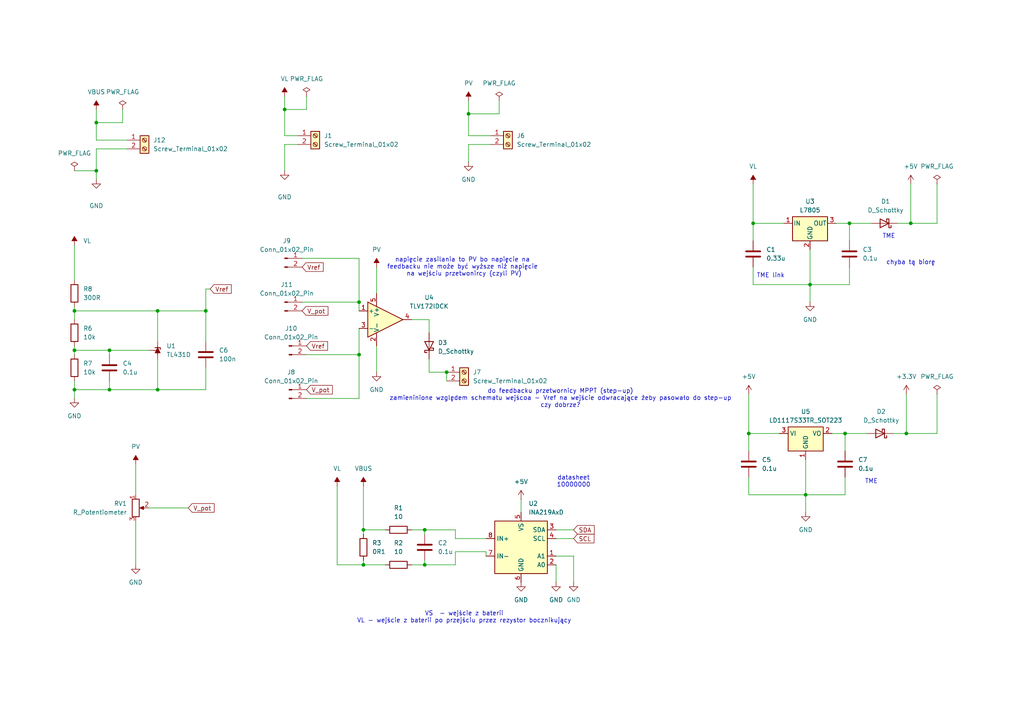
<source format=kicad_sch>
(kicad_sch (version 20250114) (generator "eeschema") (generator_version "9.0")
  (paper "A4")
  (lib_symbols
    (symbol "Amplifier_Operational:TLV172IDCK" (pin_names (offset 0.127))
      (property "Reference" "U" (at 7.62 2.54 0))
      (property "Value" "TLV172IDCK" (at 11.43 -2.54 0))
      (symbol "TLV172IDCK_0_1"
        (polyline (pts (xy -2.54 5.08) (xy -2.54 -5.08) (xy 7.62 0) (xy -2.54 5.08)) (stroke (width 0.254)) (fill (type background)))
      )
      (symbol "TLV172IDCK_1_1"
        (pin input line (at -5.08 2.54 0) (length 2.54) (name "+") (number "1"))
        (pin input line (at -5.08 -2.54 0) (length 2.54) (name "-") (number "3"))
        (pin power_in line (at 0 7.62 270) (length 3.81) (name "V+") (number "5"))
        (pin power_in line (at 0 -7.62 90) (length 3.81) (name "V-") (number "2"))
        (pin output line (at 10.16 0 180) (length 2.54) (name "~") (number "4"))
      )
    )
    (symbol "Connector:Conn_01x02_Pin" (pin_names (offset 1.016) (hide yes))
      (property "Reference" "J" (at 0 2.54 0))
      (property "Value" "Conn_01x02_Pin" (at 0 -5.08 0))
      (symbol "Conn_01x02_Pin_1_1"
        (rectangle (start 0.8636 0.127) (end 0 -0.127) (stroke (width 0.1524)) (fill (type outline)))
        (rectangle (start 0.8636 -2.413) (end 0 -2.667) (stroke (width 0.1524)) (fill (type outline)))
        (polyline (pts (xy 1.27 0) (xy 0.8636 0)) (stroke (width 0.1524)))
        (polyline (pts (xy 1.27 -2.54) (xy 0.8636 -2.54)) (stroke (width 0.1524)))
        (pin passive line (at 5.08 0 180) (length 3.81) (name "Pin_1") (number "1"))
        (pin passive line (at 5.08 -2.54 180) (length 3.81) (name "Pin_2") (number "2"))
      )
    )
    (symbol "Connector:Screw_Terminal_01x02" (pin_names (offset 1.016) (hide yes))
      (property "Reference" "J" (at 0 2.54 0))
      (property "Value" "Screw_Terminal_01x02" (at 0 -5.08 0))
      (symbol "Screw_Terminal_01x02_1_1"
        (rectangle (start -1.27 1.27) (end 1.27 -3.81) (stroke (width 0.254)) (fill (type background)))
        (polyline (pts (xy -0.5334 0.3302) (xy 0.3302 -0.508)) (stroke (width 0.1524)))
        (polyline (pts (xy -0.5334 -2.2098) (xy 0.3302 -3.048)) (stroke (width 0.1524)))
        (polyline (pts (xy -0.3556 0.508) (xy 0.508 -0.3302)) (stroke (width 0.1524)))
        (polyline (pts (xy -0.3556 -2.032) (xy 0.508 -2.8702)) (stroke (width 0.1524)))
        (circle (center 0 0) (radius 0.635) (stroke (width 0.1524)))
        (circle (center 0 -2.54) (radius 0.635) (stroke (width 0.1524)))
        (pin passive line (at -5.08 0 0) (length 3.81) (name "Pin_1") (number "1"))
        (pin passive line (at -5.08 -2.54 0) (length 3.81) (name "Pin_2") (number "2"))
      )
    )
    (symbol "Device:C" (pin_numbers (hide yes)) (pin_names (offset 0.254))
      (property "Reference" "C" (at 0.635 2.54 0))
      (property "Value" "C" (at 0.635 -2.54 0))
      (symbol "C_0_1"
        (polyline (pts (xy -2.032 0.762) (xy 2.032 0.762)) (stroke (width 0.508)))
        (polyline (pts (xy -2.032 -0.762) (xy 2.032 -0.762)) (stroke (width 0.508)))
      )
      (symbol "C_1_1"
        (pin passive line (at 0 3.81 270) (length 2.794) (name "~") (number "1"))
        (pin passive line (at 0 -3.81 90) (length 2.794) (name "~") (number "2"))
      )
    )
    (symbol "Device:D_Schottky" (pin_numbers (hide yes)) (pin_names (offset 1.016) (hide yes))
      (property "Reference" "D" (at 0 2.54 0))
      (property "Value" "D_Schottky" (at 0 -2.54 0))
      (symbol "D_Schottky_0_1"
        (polyline (pts (xy -1.905 0.635) (xy -1.905 1.27) (xy -1.27 1.27) (xy -1.27 -1.27) (xy -0.635 -1.27) (xy -0.635 -0.635)) (stroke (width 0.254)))
        (polyline (pts (xy 1.27 1.27) (xy 1.27 -1.27) (xy -1.27 0) (xy 1.27 1.27)) (stroke (width 0.254)))
        (polyline (pts (xy 1.27 0) (xy -1.27 0)))
      )
      (symbol "D_Schottky_1_1"
        (pin passive line (at -3.81 0 0) (length 2.54) (name "K") (number "1"))
        (pin passive line (at 3.81 0 180) (length 2.54) (name "A") (number "2"))
      )
    )
    (symbol "Device:R" (pin_numbers (hide yes)) (pin_names (offset 0))
      (property "Reference" "R" (at 2.032 0 90))
      (property "Value" "R" (at 0 0 90))
      (symbol "R_0_1"
        (rectangle (start -1.016 -2.54) (end 1.016 2.54) (stroke (width 0.254)))
      )
      (symbol "R_1_1"
        (pin passive line (at 0 3.81 270) (length 1.27) (name "~") (number "1"))
        (pin passive line (at 0 -3.81 90) (length 1.27) (name "~") (number "2"))
      )
    )
    (symbol "Device:R_Potentiometer" (pin_names (offset 1.016) (hide yes))
      (property "Reference" "RV" (at -4.445 0 90))
      (property "Value" "R_Potentiometer" (at -2.54 0 90))
      (symbol "R_Potentiometer_0_1"
        (rectangle (start 1.016 2.54) (end -1.016 -2.54) (stroke (width 0.254)))
        (polyline (pts (xy 1.143 0) (xy 2.286 0.508) (xy 2.286 -0.508) (xy 1.143 0)) (fill (type outline)))
        (polyline (pts (xy 2.54 0) (xy 1.524 0)))
      )
      (symbol "R_Potentiometer_1_1"
        (pin passive line (at 0 3.81 270) (length 1.27) (name "1") (number "1"))
        (pin passive line (at 0 -3.81 90) (length 1.27) (name "3") (number "3"))
        (pin passive line (at 3.81 0 180) (length 1.27) (name "2") (number "2"))
      )
    )
    (symbol "PV_1" (power) (pin_numbers (hide yes)) (pin_names (offset 0) (hide yes)) (in_bom no) (on_board no)
      (property "Value" "PV" (at 0 0 0))
      (symbol "PV_1_0_1"
        (polyline (pts (xy 0 -3.81) (xy 0 -1.27)))
        (polyline (pts (xy 0.762 -2.54) (xy -0.762 -2.54) (xy 0 -1.27) (xy 0.762 -2.54)) (fill (type outline)))
      )
      (symbol "PV_1_1_1"
        (pin power_in line (at 0 -3.81 90) (length 0) (name "~") (number "1"))
      )
    )
    (symbol "Reference_Voltage:TL431D" (pin_numbers (hide yes)) (pin_names (hide yes))
      (property "Reference" "U" (at 0 -2.54 0))
      (property "Value" "TL431D" (at 0 -4.445 0))
      (symbol "TL431D_0_1"
        (polyline (pts (xy -1.27 0) (xy 0 0) (xy 1.27 0)))
        (polyline (pts (xy -0.762 -0.762) (xy -0.762 0.762) (xy -0.762 0.762) (xy 0.762 0) (xy -0.762 -0.762)) (fill (type outline)))
        (polyline (pts (xy 0.254 -0.762) (xy 0.762 -0.762) (xy 0.762 0.762) (xy 0.762 0.762)) (stroke (width 0.254)))
      )
      (symbol "TL431D_1_1"
        (polyline (pts (xy 0 1.27) (xy 0 0)))
        (pin passive line (at -2.54 0 0) (length 2.54) (name "A") (number "2"))
        (pin passive line (at -2.54 0 0) (length 2.54) (hide yes) (name "A") (number "3"))
        (pin passive line (at -2.54 0 0) (length 2.54) (hide yes) (name "A") (number "6"))
        (pin passive line (at -2.54 0 0) (length 2.54) (hide yes) (name "A") (number "7"))
        (pin passive line (at 0 2.54 270) (length 2.54) (name "REF") (number "8"))
        (pin passive line (at 2.54 0 180) (length 2.54) (name "K") (number "1"))
      )
    )
    (symbol "Regulator_Linear:L7805" (pin_names (offset 0.254))
      (property "Reference" "U" (at -3.81 3.175 0))
      (property "Value" "L7805" (at 0 3.175 0))
      (symbol "L7805_0_1"
        (rectangle (start -5.08 1.905) (end 5.08 -5.08) (stroke (width 0.254)) (fill (type background)))
      )
      (symbol "L7805_1_1"
        (pin power_in line (at -7.62 0 0) (length 2.54) (name "IN") (number "1"))
        (pin power_in line (at 0 -7.62 90) (length 2.54) (name "GND") (number "2"))
        (pin power_out line (at 7.62 0 180) (length 2.54) (name "OUT") (number "3"))
      )
    )
    (symbol "Regulator_Linear:LD1117S33TR_SOT223"
      (property "Reference" "U" (at -3.81 3.175 0))
      (property "Value" "LD1117S33TR_SOT223" (at 0 3.175 0))
      (symbol "LD1117S33TR_SOT223_0_1"
        (rectangle (start -5.08 -5.08) (end 5.08 1.905) (stroke (width 0.254)) (fill (type background)))
      )
      (symbol "LD1117S33TR_SOT223_1_1"
        (pin power_in line (at -7.62 0 0) (length 2.54) (name "VI") (number "3"))
        (pin power_in line (at 0 -7.62 90) (length 2.54) (name "GND") (number "1"))
        (pin power_out line (at 7.62 0 180) (length 2.54) (name "VO") (number "2"))
      )
    )
    (symbol "Sensor_Energy:INA219AxD"
      (property "Reference" "U" (at -6.35 8.89 0))
      (property "Value" "INA219AxD" (at 5.08 8.89 0))
      (symbol "INA219AxD_0_1"
        (rectangle (start -7.62 7.62) (end 7.62 -7.62) (stroke (width 0.254)) (fill (type background)))
      )
      (symbol "INA219AxD_1_1"
        (pin input line (at -10.16 2.54 0) (length 2.54) (name "IN+") (number "8"))
        (pin input line (at -10.16 -2.54 0) (length 2.54) (name "IN-") (number "7"))
        (pin power_in line (at 0 10.16 270) (length 2.54) (name "VS") (number "5"))
        (pin power_in line (at 0 -10.16 90) (length 2.54) (name "GND") (number "6"))
        (pin bidirectional line (at 10.16 5.08 180) (length 2.54) (name "SDA") (number "3"))
        (pin input line (at 10.16 2.54 180) (length 2.54) (name "SCL") (number "4"))
        (pin input line (at 10.16 -2.54 180) (length 2.54) (name "A1") (number "1"))
        (pin input line (at 10.16 -5.08 180) (length 2.54) (name "A0") (number "2"))
      )
    )
    (symbol "power:+5V" (power) (pin_numbers (hide yes)) (pin_names (offset 0) (hide yes))
      (property "Value" "+5V" (at 0 3.556 0))
      (symbol "+5V_0_1"
        (polyline (pts (xy -0.762 1.27) (xy 0 2.54)))
        (polyline (pts (xy 0 2.54) (xy 0.762 1.27)))
        (polyline (pts (xy 0 0) (xy 0 2.54)))
      )
      (symbol "+5V_1_1"
        (pin power_in line (at 0 0 90) (length 0) (name "~") (number "1"))
      )
    )
    (symbol "power:GND" (power) (pin_numbers (hide yes)) (pin_names (offset 0) (hide yes))
      (property "Value" "GND" (at 0 -3.81 0))
      (symbol "GND_0_1"
        (polyline (pts (xy 0 0) (xy 0 -1.27) (xy 1.27 -1.27) (xy 0 -2.54) (xy -1.27 -1.27) (xy 0 -1.27)))
      )
      (symbol "GND_1_1"
        (pin power_in line (at 0 0 270) (length 0) (name "~") (number "1"))
      )
    )
    (symbol "power:PWR_FLAG" (power) (pin_numbers (hide yes)) (pin_names (offset 0) (hide yes))
      (property "Value" "PWR_FLAG" (at 0 3.81 0))
      (symbol "PWR_FLAG_0_0"
        (pin power_out line (at 0 0 90) (length 0) (name "~") (number "1"))
      )
      (symbol "PWR_FLAG_0_1"
        (polyline (pts (xy 0 0) (xy 0 1.27) (xy -1.016 1.905) (xy 0 2.54) (xy 1.016 1.905) (xy 0 1.27)))
      )
    )
    (symbol "power:VSS" (power) (pin_numbers (hide yes)) (pin_names (offset 0) (hide yes))
      (property "Value" "VSS" (at 0 3.556 0))
      (symbol "VSS_0_1"
        (polyline (pts (xy 0 0) (xy 0 2.54)))
        (polyline (pts (xy 0.762 1.27) (xy -0.762 1.27) (xy 0 2.54) (xy 0.762 1.27)) (fill (type outline)))
      )
      (symbol "VSS_1_1"
        (pin power_in line (at 0 0 90) (length 0) (name "~") (number "1"))
      )
    )
  )
  (text "do feedbacku przetwornicy MPPT (step-up)\nzamieninione względem schematu wejścoa - Vref na wejście odwracające żeby pasowało do step-up\nczy dobrze?" (at 162.56 115.57 0) (effects (font (size 1.27 1.27))))
  (text "TME" (at 252.73 139.7 0) (effects (font (size 1.27 1.27))))
  (text "TME" (at 257.81 68.58 0) (effects (font (size 1.27 1.27))))
  (text "TME link\n" (at 223.52 80.01 0) (effects (font (size 1.27 1.27))))
  (text "datasheet\n10000000" (at 166.37 139.7 0) (effects (font (size 1.27 1.27))))
  (text "chyba tą biorę\n" (at 264.16 76.2 0) (effects (font (size 1.27 1.27))))
  (text "napięcie zasilania to PV bo napięcie na \nfeedbacku nie może być wyższe niż napięcie \nna wejściu przetwonircy (czyli PV)" (at 134.62 77.47 0) (effects (font (size 1.27 1.27))))
  (text "VS  - wejście z baterii\nVL - wejście z baterii po przejściu przez rezystor bocznikujący\n" (at 134.62 179.07 0) (effects (font (size 1.27 1.27))))
  (junction (at 27.94 35.56))
  (junction (at 27.94 49.53))
  (junction (at 135.89 33.02))
  (junction (at 264.16 64.77))
  (junction (at 104.14 87.63))
  (junction (at 104.14 102.87))
  (junction (at 123.19 163.83))
  (junction (at 31.75 113.03))
  (junction (at 105.41 163.83))
  (junction (at 21.59 113.03))
  (junction (at 45.72 90.17))
  (junction (at 105.41 153.67))
  (junction (at 21.59 90.17))
  (junction (at 21.59 101.6))
  (junction (at 31.75 101.6))
  (junction (at 59.69 90.17))
  (junction (at 233.68 143.51))
  (junction (at 218.44 64.77))
  (junction (at 82.55 31.75))
  (junction (at 45.72 113.03))
  (junction (at 129.54 107.95))
  (junction (at 123.19 153.67))
  (junction (at 262.89 125.73))
  (junction (at 246.38 64.77))
  (junction (at 234.95 82.55))
  (junction (at 217.17 125.73))
  (junction (at 245.11 125.73))
  (wire (pts (xy 123.19 162.56) (xy 123.19 163.83)))
  (wire (pts (xy 245.11 138.43) (xy 245.11 143.51)))
  (wire (pts (xy 45.72 113.03) (xy 45.72 104.14)))
  (wire (pts (xy 88.9 31.75) (xy 82.55 31.75)))
  (wire (pts (xy 135.89 33.02) (xy 135.89 39.37)))
  (wire (pts (xy 27.94 43.18) (xy 27.94 49.53)))
  (wire (pts (xy 129.54 107.95) (xy 124.46 107.95)))
  (wire (pts (xy 218.44 53.34) (xy 218.44 64.77)))
  (wire (pts (xy 27.94 43.18) (xy 36.83 43.18)))
  (wire (pts (xy 105.41 163.83) (xy 111.76 163.83)))
  (wire (pts (xy 234.95 82.55) (xy 234.95 87.63)))
  (wire (pts (xy 218.44 82.55) (xy 234.95 82.55)))
  (wire (pts (xy 35.56 35.56) (xy 27.94 35.56)))
  (wire (pts (xy 82.55 27.94) (xy 82.55 31.75)))
  (wire (pts (xy 21.59 100.33) (xy 21.59 101.6)))
  (wire (pts (xy 218.44 69.85) (xy 218.44 64.77)))
  (wire (pts (xy 140.97 160.02) (xy 140.97 161.29)))
  (wire (pts (xy 259.08 125.73) (xy 262.89 125.73)))
  (wire (pts (xy 142.24 41.91) (xy 135.89 41.91)))
  (wire (pts (xy 31.75 113.03) (xy 31.75 110.49)))
  (wire (pts (xy 246.38 77.47) (xy 246.38 82.55)))
  (wire (pts (xy 144.78 29.21) (xy 144.78 33.02)))
  (wire (pts (xy 161.29 163.83) (xy 161.29 168.91)))
  (wire (pts (xy 166.37 156.21) (xy 161.29 156.21)))
  (wire (pts (xy 252.73 64.77) (xy 246.38 64.77)))
  (wire (pts (xy 39.37 151.13) (xy 39.37 163.83)))
  (wire (pts (xy 104.14 115.57) (xy 88.9 115.57)))
  (wire (pts (xy 109.22 100.33) (xy 109.22 107.95)))
  (wire (pts (xy 45.72 99.06) (xy 45.72 90.17)))
  (wire (pts (xy 82.55 41.91) (xy 82.55 49.53)))
  (wire (pts (xy 21.59 71.12) (xy 21.59 81.28)))
  (wire (pts (xy 271.78 53.34) (xy 271.78 64.77)))
  (wire (pts (xy 21.59 49.53) (xy 27.94 49.53)))
  (wire (pts (xy 262.89 125.73) (xy 262.89 114.3)))
  (wire (pts (xy 104.14 95.25) (xy 104.14 102.87)))
  (wire (pts (xy 109.22 77.47) (xy 109.22 85.09)))
  (wire (pts (xy 59.69 90.17) (xy 45.72 90.17)))
  (wire (pts (xy 135.89 33.02) (xy 135.89 29.21)))
  (wire (pts (xy 21.59 88.9) (xy 21.59 90.17)))
  (wire (pts (xy 97.79 163.83) (xy 105.41 163.83)))
  (wire (pts (xy 217.17 143.51) (xy 217.17 138.43)))
  (wire (pts (xy 27.94 35.56) (xy 27.94 40.64)))
  (wire (pts (xy 132.08 160.02) (xy 132.08 163.83)))
  (wire (pts (xy 31.75 101.6) (xy 31.75 102.87)))
  (wire (pts (xy 151.13 144.78) (xy 151.13 148.59)))
  (wire (pts (xy 105.41 163.83) (xy 105.41 162.56)))
  (wire (pts (xy 123.19 153.67) (xy 132.08 153.67)))
  (wire (pts (xy 21.59 113.03) (xy 21.59 115.57)))
  (wire (pts (xy 105.41 140.97) (xy 105.41 153.67)))
  (wire (pts (xy 245.11 130.81) (xy 245.11 125.73)))
  (wire (pts (xy 218.44 82.55) (xy 218.44 77.47)))
  (wire (pts (xy 88.9 27.94) (xy 88.9 31.75)))
  (wire (pts (xy 39.37 134.62) (xy 39.37 143.51)))
  (wire (pts (xy 119.38 163.83) (xy 123.19 163.83)))
  (wire (pts (xy 271.78 64.77) (xy 264.16 64.77)))
  (wire (pts (xy 97.79 140.97) (xy 97.79 163.83)))
  (wire (pts (xy 82.55 41.91) (xy 86.36 41.91)))
  (wire (pts (xy 82.55 39.37) (xy 86.36 39.37)))
  (wire (pts (xy 264.16 64.77) (xy 260.35 64.77)))
  (wire (pts (xy 59.69 99.06) (xy 59.69 90.17)))
  (wire (pts (xy 119.38 92.71) (xy 124.46 92.71)))
  (wire (pts (xy 104.14 102.87) (xy 104.14 115.57)))
  (wire (pts (xy 132.08 160.02) (xy 140.97 160.02)))
  (wire (pts (xy 104.14 87.63) (xy 104.14 90.17)))
  (wire (pts (xy 166.37 153.67) (xy 161.29 153.67)))
  (wire (pts (xy 27.94 35.56) (xy 27.94 31.75)))
  (wire (pts (xy 129.54 107.95) (xy 129.54 110.49)))
  (wire (pts (xy 21.59 90.17) (xy 21.59 92.71)))
  (wire (pts (xy 123.19 153.67) (xy 123.19 154.94)))
  (wire (pts (xy 31.75 101.6) (xy 43.18 101.6)))
  (wire (pts (xy 217.17 130.81) (xy 217.17 125.73)))
  (wire (pts (xy 31.75 113.03) (xy 45.72 113.03)))
  (wire (pts (xy 142.24 39.37) (xy 135.89 39.37)))
  (wire (pts (xy 59.69 113.03) (xy 45.72 113.03)))
  (wire (pts (xy 217.17 125.73) (xy 226.06 125.73)))
  (wire (pts (xy 21.59 113.03) (xy 31.75 113.03)))
  (wire (pts (xy 161.29 161.29) (xy 166.37 161.29)))
  (wire (pts (xy 218.44 64.77) (xy 227.33 64.77)))
  (wire (pts (xy 59.69 83.82) (xy 60.96 83.82)))
  (wire (pts (xy 105.41 153.67) (xy 105.41 154.94)))
  (wire (pts (xy 104.14 87.63) (xy 87.63 87.63)))
  (wire (pts (xy 246.38 64.77) (xy 242.57 64.77)))
  (wire (pts (xy 264.16 53.34) (xy 264.16 64.77)))
  (wire (pts (xy 123.19 163.83) (xy 132.08 163.83)))
  (wire (pts (xy 105.41 153.67) (xy 111.76 153.67)))
  (wire (pts (xy 234.95 82.55) (xy 246.38 82.55)))
  (wire (pts (xy 233.68 143.51) (xy 245.11 143.51)))
  (wire (pts (xy 27.94 52.07) (xy 27.94 49.53)))
  (wire (pts (xy 82.55 31.75) (xy 82.55 39.37)))
  (wire (pts (xy 132.08 153.67) (xy 132.08 156.21)))
  (wire (pts (xy 87.63 74.93) (xy 104.14 74.93)))
  (wire (pts (xy 135.89 41.91) (xy 135.89 46.99)))
  (wire (pts (xy 21.59 110.49) (xy 21.59 113.03)))
  (wire (pts (xy 251.46 125.73) (xy 245.11 125.73)))
  (wire (pts (xy 124.46 92.71) (xy 124.46 96.52)))
  (wire (pts (xy 132.08 156.21) (xy 140.97 156.21)))
  (wire (pts (xy 271.78 114.3) (xy 271.78 125.73)))
  (wire (pts (xy 21.59 101.6) (xy 21.59 102.87)))
  (wire (pts (xy 166.37 161.29) (xy 166.37 168.91)))
  (wire (pts (xy 59.69 83.82) (xy 59.69 90.17)))
  (wire (pts (xy 35.56 31.75) (xy 35.56 35.56)))
  (wire (pts (xy 262.89 125.73) (xy 271.78 125.73)))
  (wire (pts (xy 217.17 114.3) (xy 217.17 125.73)))
  (wire (pts (xy 104.14 74.93) (xy 104.14 87.63)))
  (wire (pts (xy 233.68 143.51) (xy 233.68 148.59)))
  (wire (pts (xy 88.9 102.87) (xy 104.14 102.87)))
  (wire (pts (xy 233.68 133.35) (xy 233.68 143.51)))
  (wire (pts (xy 245.11 125.73) (xy 241.3 125.73)))
  (wire (pts (xy 246.38 69.85) (xy 246.38 64.77)))
  (wire (pts (xy 234.95 72.39) (xy 234.95 82.55)))
  (wire (pts (xy 144.78 33.02) (xy 135.89 33.02)))
  (wire (pts (xy 59.69 106.68) (xy 59.69 113.03)))
  (wire (pts (xy 124.46 107.95) (xy 124.46 104.14)))
  (wire (pts (xy 119.38 153.67) (xy 123.19 153.67)))
  (wire (pts (xy 43.18 147.32) (xy 54.61 147.32)))
  (wire (pts (xy 21.59 90.17) (xy 45.72 90.17)))
  (wire (pts (xy 27.94 40.64) (xy 36.83 40.64)))
  (wire (pts (xy 21.59 101.6) (xy 31.75 101.6)))
  (wire (pts (xy 217.17 143.51) (xy 233.68 143.51)))
  (global_label "V_pot" (shape input) (at 87.63 90.17 0) (property "Intersheetrefs" "${INTERSHEET_REFS}" (effects (hide yes))))
  (global_label "V_pot" (shape input) (at 54.61 147.32 0) (property "Intersheetrefs" "${INTERSHEET_REFS}" (effects (hide yes))))
  (global_label "SDA" (shape input) (at 166.37 153.67 0) (property "Intersheetrefs" "${INTERSHEET_REFS}" (effects (hide yes))))
  (global_label "SCL" (shape input) (at 166.37 156.21 0) (property "Intersheetrefs" "${INTERSHEET_REFS}" (effects (hide yes))))
  (global_label "Vref" (shape input) (at 88.9 100.33 0) (property "Intersheetrefs" "${INTERSHEET_REFS}" (effects (hide yes))))
  (global_label "V_pot" (shape input) (at 88.9 113.03 0) (property "Intersheetrefs" "${INTERSHEET_REFS}" (effects (hide yes))))
  (global_label "Vref" (shape input) (at 60.96 83.82 0) (property "Intersheetrefs" "${INTERSHEET_REFS}" (effects (hide yes))))
  (global_label "Vref" (shape input) (at 87.63 77.47 0) (property "Intersheetrefs" "${INTERSHEET_REFS}" (effects (hide yes))))
  (symbol (lib_id "Device:C") (at 31.75 106.68 0) (unit 1)
    (property "Reference" "C4" (at 35.56 105.4099 0) (effects (justify left)))
    (property "Value" "0.1u" (at 35.56 107.9499 0) (effects (justify left)))
    (property "Footprint" "Capacitor_THT:C_Disc_D3.0mm_W1.6mm_P2.50mm" (effects (hide yes)))
    (property "Description" "Unpolarized capacitor" (effects (hide yes)))
  )
  (symbol (lib_name "PV_1") (lib_id "power:PV") (at 135.89 25.4 0) (unit 1) (in_bom no) (on_board no)
    (property "Reference" "#PWR016" (effects (hide yes)))
    (property "Value" "PV" (at 135.89 24.13 0))
  )
  (symbol (lib_id "Device:R") (at 115.57 153.67 90) (unit 1)
    (property "Reference" "R1" (at 115.57 147.32 90))
    (property "Value" "10" (at 115.57 149.86 90))
    (property "Footprint" "Resistor_SMD:R_1206_3216Metric" (effects (hide yes)))
    (property "Description" "Resistor" (effects (hide yes)))
  )
  (symbol (lib_id "power:GND") (at 109.22 107.95 0) (unit 1)
    (property "Reference" "#PWR04" (effects (hide yes)))
    (property "Value" "GND" (at 109.22 113.03 0))
    (property "Description" "Power symbol creates a global label with name \"GND\" , ground" (effects (hide yes)))
  )
  (symbol (lib_id "power:GND") (at 233.68 148.59 0) (unit 1)
    (property "Reference" "#PWR074" (effects (hide yes)))
    (property "Value" "GND" (at 233.68 153.67 0))
    (property "Description" "Power symbol creates a global label with name \"GND\" , ground" (effects (hide yes)))
  )
  (symbol (lib_id "Connector:Conn_01x02_Pin") (at 83.82 113.03 0) (unit 1)
    (property "Reference" "J8" (at 84.455 107.95 0))
    (property "Value" "Conn_01x02_Pin" (at 84.455 110.49 0))
    (property "Footprint" "Connector_PinHeader_2.54mm:PinHeader_1x02_P2.54mm_Vertical" (effects (hide yes)))
    (property "Description" "Generic connector, single row, 01x02, script generated" (effects (hide yes)))
  )
  (symbol (lib_id "power:GND") (at 21.59 115.57 0) (unit 1)
    (property "Reference" "#PWR014" (effects (hide yes)))
    (property "Value" "GND" (at 21.59 120.65 0))
    (property "Description" "Power symbol creates a global label with name \"GND\" , ground" (effects (hide yes)))
  )
  (symbol (lib_id "power:VSS") (at 218.44 53.34 0) (unit 1)
    (property "Reference" "#PWR077" (effects (hide yes)))
    (property "Value" "VL" (at 218.44 48.26 0))
    (property "Description" "Power symbol creates a global label with name \"VSS\"" (effects (hide yes)))
  )
  (symbol (lib_id "Regulator_Linear:L7805") (at 234.95 64.77 0) (unit 1)
    (property "Reference" "U3" (at 234.95 58.42 0))
    (property "Value" "L7805" (at 234.95 60.96 0))
    (property "Footprint" "Package_TO_SOT_THT:TO-220-3_Vertical" (effects (hide yes)))
    (property "Datasheet" "http://www.st.com/content/ccc/resource/technical/document/datasheet/41/4f/b3/b0/12/d4/47/88/CD00000444.pdf/files/CD00000444.pdf/jcr:content/translations/en.CD00000444.pdf" (effects (hide yes)))
    (property "Description" "Positive 1.5A 35V Linear Regulator, Fixed Output 5V, TO-220/TO-263/TO-252" (effects (hide yes)))
  )
  (symbol (lib_id "Device:C") (at 218.44 73.66 0) (unit 1)
    (property "Reference" "C1" (at 222.25 72.3899 0) (effects (justify left)))
    (property "Value" "0.33u" (at 222.25 74.9299 0) (effects (justify left)))
    (property "Footprint" "Capacitor_SMD:CP_Elec_4x5.4" (effects (hide yes)))
    (property "Description" "Unpolarized capacitor" (effects (hide yes)))
  )
  (symbol (lib_id "Connector:Screw_Terminal_01x02") (at 91.44 39.37 0) (unit 1)
    (property "Reference" "J1" (at 93.98 39.3699 0) (effects (justify left)))
    (property "Value" "Screw_Terminal_01x02" (at 93.98 41.9099 0) (effects (justify left)))
    (property "Footprint" "TerminalBlock:TerminalBlock_MaiXu_MX126-5.0-02P_1x02_P5.00mm" (effects (hide yes)))
    (property "Description" "Generic screw terminal, single row, 01x02, script generated (kicad-library-utils/schlib/autogen/connector/)" (effects (hide yes)))
  )
  (symbol (lib_id "power:+5V") (at 262.89 114.3 0) (unit 1)
    (property "Reference" "#PWR073" (effects (hide yes)))
    (property "Value" "+3.3V" (at 262.89 109.22 0))
    (property "Description" "Power symbol creates a global label with name \"+5V\"" (effects (hide yes)))
  )
  (symbol (lib_id "power:PWR_FLAG") (at 21.59 49.53 0) (unit 1)
    (property "Reference" "#FLG05" (effects (hide yes)))
    (property "Value" "PWR_FLAG" (at 21.59 44.45 0))
    (property "Description" "Special symbol for telling ERC where power comes from" (effects (hide yes)))
  )
  (symbol (lib_id "power:GND") (at 135.89 46.99 0) (unit 1)
    (property "Reference" "#PWR03" (effects (hide yes)))
    (property "Value" "GND" (at 135.89 52.07 0))
    (property "Description" "Power symbol creates a global label with name \"GND\" , ground" (effects (hide yes)))
  )
  (symbol (lib_id "Device:D_Schottky") (at 124.46 100.33 90) (unit 1)
    (property "Reference" "D3" (at 127 99.3774 90) (effects (justify right)))
    (property "Value" "D_Schottky" (at 127 101.9174 90) (effects (justify right)))
    (property "Footprint" "Diode_SMD:D_1206_3216Metric" (effects (hide yes)))
    (property "Description" "Schottky diode" (effects (hide yes)))
  )
  (symbol (lib_id "Device:C") (at 245.11 134.62 0) (unit 1)
    (property "Reference" "C7" (at 248.92 133.3499 0) (effects (justify left)))
    (property "Value" "0.1u" (at 248.92 135.8899 0) (effects (justify left)))
    (property "Footprint" "Capacitor_THT:C_Disc_D3.0mm_W1.6mm_P2.50mm" (effects (hide yes)))
    (property "Description" "Unpolarized capacitor" (effects (hide yes)))
  )
  (symbol (lib_id "power:GND") (at 39.37 163.83 0) (unit 1)
    (property "Reference" "#PWR010" (effects (hide yes)))
    (property "Value" "GND" (at 39.37 168.91 0))
    (property "Description" "Power symbol creates a global label with name \"GND\" , ground" (effects (hide yes)))
  )
  (symbol (lib_id "Reference_Voltage:TL431D") (at 45.72 101.6 90) (unit 1)
    (property "Reference" "U1" (at 48.26 100.3299 90) (effects (justify right)))
    (property "Value" "TL431D" (at 48.26 102.8699 90) (effects (justify right)))
    (property "Footprint" "Package_SO:SOIC-8_3.9x4.9mm_P1.27mm" (effects (hide yes)))
    (property "Datasheet" "http://www.ti.com/lit/ds/symlink/tl431.pdf" (effects (hide yes)))
    (property "Description" "Shunt Regulator, SO-8" (effects (hide yes)))
  )
  (symbol (lib_name "PV_1") (lib_id "power:PV") (at 109.22 73.66 0) (unit 1) (in_bom no) (on_board no)
    (property "Reference" "#PWR012" (effects (hide yes)))
    (property "Value" "PV" (at 109.22 72.39 0))
  )
  (symbol (lib_id "Device:R") (at 21.59 96.52 0) (unit 1)
    (property "Reference" "R6" (at 24.13 95.2499 0) (effects (justify left)))
    (property "Value" "10k" (at 24.13 97.7899 0) (effects (justify left)))
    (property "Footprint" "Resistor_SMD:R_1206_3216Metric" (effects (hide yes)))
    (property "Description" "Resistor" (effects (hide yes)))
  )
  (symbol (lib_id "power:PWR_FLAG") (at 271.78 114.3 0) (unit 1)
    (property "Reference" "#FLG02" (effects (hide yes)))
    (property "Value" "PWR_FLAG" (at 271.78 109.22 0))
    (property "Description" "Special symbol for telling ERC where power comes from" (effects (hide yes)))
  )
  (symbol (lib_id "Device:C") (at 123.19 158.75 0) (unit 1)
    (property "Reference" "C2" (at 127 157.4799 0) (effects (justify left)))
    (property "Value" "0.1u" (at 127 160.0199 0) (effects (justify left)))
    (property "Footprint" "Capacitor_THT:C_Disc_D3.0mm_W1.6mm_P2.50mm" (effects (hide yes)))
    (property "Description" "Unpolarized capacitor" (effects (hide yes)))
  )
  (symbol (lib_id "Connector:Screw_Terminal_01x02") (at 147.32 39.37 0) (unit 1)
    (property "Reference" "J6" (at 149.86 39.3699 0) (effects (justify left)))
    (property "Value" "Screw_Terminal_01x02" (at 149.86 41.9099 0) (effects (justify left)))
    (property "Footprint" "TerminalBlock:TerminalBlock_MaiXu_MX126-5.0-02P_1x02_P5.00mm" (effects (hide yes)))
    (property "Description" "Generic screw terminal, single row, 01x02, script generated (kicad-library-utils/schlib/autogen/connector/)" (effects (hide yes)))
  )
  (symbol (lib_id "power:GND") (at 82.55 49.53 0) (unit 1)
    (property "Reference" "#PWR020" (effects (hide yes)))
    (property "Value" "GND" (at 82.55 57.15 0))
    (property "Description" "Power symbol creates a global label with name \"GND\" , ground" (effects (hide yes)))
  )
  (symbol (lib_id "power:PWR_FLAG") (at 144.78 29.21 0) (unit 1)
    (property "Reference" "#FLG06" (effects (hide yes)))
    (property "Value" "PWR_FLAG" (at 144.78 24.13 0))
    (property "Description" "Special symbol for telling ERC where power comes from" (effects (hide yes)))
  )
  (symbol (lib_id "Regulator_Linear:LD1117S33TR_SOT223") (at 233.68 125.73 0) (unit 1)
    (property "Reference" "U5" (at 233.68 119.38 0))
    (property "Value" "LD1117S33TR_SOT223" (at 233.68 121.92 0))
    (property "Footprint" "Package_TO_SOT_SMD:SOT-223" (effects (hide yes)))
    (property "Datasheet" "http://www.st.com/st-web-ui/static/active/en/resource/technical/document/datasheet/CD00000544.pdf" (effects (hide yes)))
    (property "Description" "800mA Fixed Low Drop Positive Voltage Regulator, Fixed Output 3.3V, SOT-223" (effects (hide yes)))
  )
  (symbol (lib_name "PV_1") (lib_id "power:PV") (at 97.79 137.16 0) (unit 1) (in_bom no) (on_board no)
    (property "Reference" "#PWR024" (effects (hide yes)))
    (property "Value" "VL" (at 97.79 135.89 0))
  )
  (symbol (lib_id "Connector:Screw_Terminal_01x02") (at 134.62 107.95 0) (unit 1)
    (property "Reference" "J7" (at 137.16 107.9499 0) (effects (justify left)))
    (property "Value" "Screw_Terminal_01x02" (at 137.16 110.4899 0) (effects (justify left)))
    (property "Footprint" "TerminalBlock:TerminalBlock_Xinya_XY308-2.54-2P_1x02_P2.54mm_Horizontal" (effects (hide yes)))
    (property "Description" "Generic screw terminal, single row, 01x02, script generated (kicad-library-utils/schlib/autogen/connector/)" (effects (hide yes)))
  )
  (symbol (lib_id "Device:R") (at 115.57 163.83 90) (unit 1)
    (property "Reference" "R2" (at 115.57 157.48 90))
    (property "Value" "10" (at 115.57 160.02 90))
    (property "Footprint" "Resistor_SMD:R_1206_3216Metric" (effects (hide yes)))
    (property "Description" "Resistor" (effects (hide yes)))
  )
  (symbol (lib_id "Device:R") (at 105.41 158.75 0) (unit 1)
    (property "Reference" "R3" (at 107.95 157.4799 0) (effects (justify left)))
    (property "Value" "0R1" (at 107.95 160.0199 0) (effects (justify left)))
    (property "Footprint" "Resistor_SMD:R_1206_3216Metric" (effects (hide yes)))
    (property "Description" "Resistor" (effects (hide yes)))
  )
  (symbol (lib_id "power:GND") (at 27.94 52.07 0) (unit 1)
    (property "Reference" "#PWR026" (effects (hide yes)))
    (property "Value" "GND" (at 27.94 59.69 0))
    (property "Description" "Power symbol creates a global label with name \"GND\" , ground" (effects (hide yes)))
  )
  (symbol (lib_id "power:+5V") (at 217.17 114.3 0) (unit 1)
    (property "Reference" "#PWR072" (effects (hide yes)))
    (property "Value" "+5V" (at 217.17 109.22 0))
    (property "Description" "Power symbol creates a global label with name \"+5V\"" (effects (hide yes)))
  )
  (symbol (lib_name "PV_1") (lib_id "power:PV") (at 39.37 130.81 0) (unit 1) (in_bom no) (on_board no)
    (property "Reference" "#PWR017" (effects (hide yes)))
    (property "Value" "PV" (at 39.37 129.54 0))
  )
  (symbol (lib_id "power:+5V") (at 264.16 53.34 0) (unit 1)
    (property "Reference" "#PWR068" (effects (hide yes)))
    (property "Value" "+5V" (at 264.16 48.26 0))
    (property "Description" "Power symbol creates a global label with name \"+5V\"" (effects (hide yes)))
  )
  (symbol (lib_id "power:GND") (at 234.95 87.63 0) (unit 1)
    (property "Reference" "#PWR071" (effects (hide yes)))
    (property "Value" "GND" (at 234.95 92.71 0))
    (property "Description" "Power symbol creates a global label with name \"GND\" , ground" (effects (hide yes)))
  )
  (symbol (lib_name "PV_1") (lib_id "power:PV") (at 105.41 137.16 0) (unit 1) (in_bom no) (on_board no)
    (property "Reference" "#PWR023" (effects (hide yes)))
    (property "Value" "VBUS" (at 105.41 135.89 0))
  )
  (symbol (lib_id "Device:C") (at 246.38 73.66 0) (unit 1)
    (property "Reference" "C3" (at 250.19 72.3899 0) (effects (justify left)))
    (property "Value" "0.1u" (at 250.19 74.9299 0) (effects (justify left)))
    (property "Footprint" "Capacitor_THT:C_Disc_D3.0mm_W1.6mm_P2.50mm" (effects (hide yes)))
    (property "Description" "Unpolarized capacitor" (effects (hide yes)))
  )
  (symbol (lib_id "power:PWR_FLAG") (at 35.56 31.75 0) (unit 1)
    (property "Reference" "#FLG03" (effects (hide yes)))
    (property "Value" "PWR_FLAG" (at 35.56 26.67 0))
    (property "Description" "Special symbol for telling ERC where power comes from" (effects (hide yes)))
  )
  (symbol (lib_id "power:GND") (at 161.29 168.91 0) (unit 1)
    (property "Reference" "#PWR018" (effects (hide yes)))
    (property "Value" "GND" (at 161.29 173.99 0))
    (property "Description" "Power symbol creates a global label with name \"GND\" , ground" (effects (hide yes)))
  )
  (symbol (lib_id "Amplifier_Operational:TLV172IDCK") (at 109.22 92.71 0) (unit 1)
    (property "Reference" "U4" (at 124.46 86.2898 0))
    (property "Value" "TLV172IDCK" (at 124.46 88.8298 0))
    (property "Footprint" "Package_SO:SOIC-8_5.3x5.3mm_P1.27mm" (effects (hide yes)))
    (property "Datasheet" "http://www.ti.com/lit/ds/symlink/tlv172.pdf" (effects (hide yes)))
    (property "Description" "Low-power Operational Amplifier, SOT-353" (effects (hide yes)))
  )
  (symbol (lib_id "power:+5V") (at 151.13 144.78 0) (unit 1)
    (property "Reference" "#PWR022" (effects (hide yes)))
    (property "Value" "+5V" (at 151.13 139.7 0))
    (property "Description" "Power symbol creates a global label with name \"+5V\"" (effects (hide yes)))
  )
  (symbol (lib_id "power:GND") (at 166.37 168.91 0) (unit 1)
    (property "Reference" "#PWR021" (effects (hide yes)))
    (property "Value" "GND" (at 166.37 173.99 0))
    (property "Description" "Power symbol creates a global label with name \"GND\" , ground" (effects (hide yes)))
  )
  (symbol (lib_name "PV_1") (lib_id "power:PV") (at 27.94 27.94 0) (unit 1) (in_bom no) (on_board no)
    (property "Reference" "#PWR019" (effects (hide yes)))
    (property "Value" "VBUS" (at 27.94 26.67 0))
  )
  (symbol (lib_id "Connector:Screw_Terminal_01x02") (at 41.91 40.64 0) (unit 1)
    (property "Reference" "J12" (at 44.45 40.6399 0) (effects (justify left)))
    (property "Value" "Screw_Terminal_01x02" (at 44.45 43.1799 0) (effects (justify left)))
    (property "Footprint" "TerminalBlock:TerminalBlock_MaiXu_MX126-5.0-02P_1x02_P5.00mm" (effects (hide yes)))
    (property "Description" "Generic screw terminal, single row, 01x02, script generated (kicad-library-utils/schlib/autogen/connector/)" (effects (hide yes)))
  )
  (symbol (lib_id "power:PWR_FLAG") (at 88.9 27.94 0) (unit 1)
    (property "Reference" "#FLG04" (effects (hide yes)))
    (property "Value" "PWR_FLAG" (at 88.9 22.86 0))
    (property "Description" "Special symbol for telling ERC where power comes from" (effects (hide yes)))
  )
  (symbol (lib_id "Connector:Conn_01x02_Pin") (at 82.55 87.63 0) (unit 1)
    (property "Reference" "J11" (at 83.185 82.55 0))
    (property "Value" "Conn_01x02_Pin" (at 83.185 85.09 0))
    (property "Footprint" "Connector_PinHeader_2.54mm:PinHeader_1x02_P2.54mm_Vertical" (effects (hide yes)))
    (property "Description" "Generic connector, single row, 01x02, script generated" (effects (hide yes)))
  )
  (symbol (lib_id "Connector:Conn_01x02_Pin") (at 83.82 100.33 0) (unit 1)
    (property "Reference" "J10" (at 84.455 95.25 0))
    (property "Value" "Conn_01x02_Pin" (at 84.455 97.79 0))
    (property "Footprint" "Connector_PinHeader_2.54mm:PinHeader_1x02_P2.54mm_Vertical" (effects (hide yes)))
    (property "Description" "Generic connector, single row, 01x02, script generated" (effects (hide yes)))
  )
  (symbol (lib_id "Device:D_Schottky") (at 255.27 125.73 180) (unit 1)
    (property "Reference" "D2" (at 255.5875 119.38 0))
    (property "Value" "D_Schottky" (at 255.5875 121.92 0))
    (property "Footprint" "Diode_SMD:D_1206_3216Metric" (effects (hide yes)))
    (property "Description" "Schottky diode" (effects (hide yes)))
  )
  (symbol (lib_id "Device:R") (at 21.59 106.68 0) (unit 1)
    (property "Reference" "R7" (at 24.13 105.4099 0) (effects (justify left)))
    (property "Value" "10k" (at 24.13 107.9499 0) (effects (justify left)))
    (property "Footprint" "Resistor_SMD:R_1206_3216Metric" (effects (hide yes)))
    (property "Description" "Resistor" (effects (hide yes)))
  )
  (symbol (lib_id "power:VSS") (at 21.59 71.12 0) (unit 1)
    (property "Reference" "#PWR013" (effects (hide yes)))
    (property "Value" "VL" (at 24.13 69.8499 0) (effects (justify left)))
    (property "Description" "Power symbol creates a global label with name \"VSS\"" (effects (hide yes)))
  )
  (symbol (lib_id "Device:R_Potentiometer") (at 39.37 147.32 0) (unit 1)
    (property "Reference" "RV1" (at 36.83 146.0499 0) (effects (justify right)))
    (property "Value" "R_Potentiometer" (at 36.83 148.5899 0) (effects (justify right)))
    (property "Footprint" "Potentiometer_THT:Potentiometer_Bourns_3386W_Horizontal" (effects (hide yes)))
    (property "Description" "Potentiometer" (effects (hide yes)))
  )
  (symbol (lib_id "power:GND") (at 151.13 168.91 0) (unit 1)
    (property "Reference" "#PWR015" (effects (hide yes)))
    (property "Value" "GND" (at 151.13 173.99 0))
    (property "Description" "Power symbol creates a global label with name \"GND\" , ground" (effects (hide yes)))
  )
  (symbol (lib_id "Device:C") (at 59.69 102.87 0) (unit 1)
    (property "Reference" "C6" (at 63.5 101.5999 0) (effects (justify left)))
    (property "Value" "100n" (at 63.5 104.1399 0) (effects (justify left)))
    (property "Footprint" "Capacitor_THT:C_Disc_D3.0mm_W1.6mm_P2.50mm" (effects (hide yes)))
    (property "Description" "Unpolarized capacitor" (effects (hide yes)))
  )
  (symbol (lib_id "Device:C") (at 217.17 134.62 0) (unit 1)
    (property "Reference" "C5" (at 220.98 133.3499 0) (effects (justify left)))
    (property "Value" "0.1u" (at 220.98 135.8899 0) (effects (justify left)))
    (property "Footprint" "Capacitor_THT:C_Disc_D3.0mm_W1.6mm_P2.50mm" (effects (hide yes)))
    (property "Description" "Unpolarized capacitor" (effects (hide yes)))
  )
  (symbol (lib_id "Connector:Conn_01x02_Pin") (at 82.55 74.93 0) (unit 1)
    (property "Reference" "J9" (at 83.185 69.85 0))
    (property "Value" "Conn_01x02_Pin" (at 83.185 72.39 0))
    (property "Footprint" "Connector_PinHeader_2.54mm:PinHeader_1x02_P2.54mm_Vertical" (effects (hide yes)))
    (property "Description" "Generic connector, single row, 01x02, script generated" (effects (hide yes)))
  )
  (symbol (lib_id "power:PWR_FLAG") (at 271.78 53.34 0) (unit 1)
    (property "Reference" "#FLG01" (effects (hide yes)))
    (property "Value" "PWR_FLAG" (at 271.78 48.26 0))
    (property "Description" "Special symbol for telling ERC where power comes from" (effects (hide yes)))
  )
  (symbol (lib_name "PV_1") (lib_id "power:PV") (at 82.55 24.13 0) (unit 1) (in_bom no) (on_board no)
    (property "Reference" "#PWR025" (effects (hide yes)))
    (property "Value" "VL" (at 82.55 22.86 0))
  )
  (symbol (lib_id "Sensor_Energy:INA219AxD") (at 151.13 158.75 0) (unit 1)
    (property "Reference" "U2" (at 153.2733 146.05 0) (effects (justify left)))
    (property "Value" "INA219AxD" (at 153.2733 148.59 0) (effects (justify left)))
    (property "Footprint" "Package_SO:SOIC-8_3.9x4.9mm_P1.27mm" (effects (hide yes)))
    (property "Datasheet" "http://www.ti.com/lit/ds/symlink/ina219.pdf" (effects (hide yes)))
    (property "Description" "Zero-Drift, Bidirectional Current/Power Monitor (0-26V) With I2C Interface, SOIC-8" (effects (hide yes)))
  )
  (symbol (lib_id "Device:R") (at 21.59 85.09 0) (unit 1)
    (property "Reference" "R8" (at 24.13 83.8199 0) (effects (justify left)))
    (property "Value" "300R" (at 24.13 86.3599 0) (effects (justify left)))
    (property "Footprint" "Resistor_SMD:R_1206_3216Metric" (effects (hide yes)))
    (property "Description" "Resistor" (effects (hide yes)))
  )
  (symbol (lib_id "Device:D_Schottky") (at 256.54 64.77 180) (unit 1)
    (property "Reference" "D1" (at 256.8575 58.42 0))
    (property "Value" "D_Schottky" (at 256.8575 60.96 0))
    (property "Footprint" "Diode_SMD:D_1206_3216Metric" (effects (hide yes)))
    (property "Description" "Schottky diode" (effects (hide yes)))
  )
)
</source>
